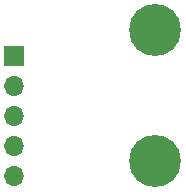
<source format=gbr>
%TF.GenerationSoftware,KiCad,Pcbnew,(6.0.1)*%
%TF.CreationDate,2023-03-07T00:34:02-05:00*%
%TF.ProjectId,PCBFiles_Node_Extra,50434246-696c-4657-935f-4e6f64655f45,rev?*%
%TF.SameCoordinates,Original*%
%TF.FileFunction,Soldermask,Bot*%
%TF.FilePolarity,Negative*%
%FSLAX46Y46*%
G04 Gerber Fmt 4.6, Leading zero omitted, Abs format (unit mm)*
G04 Created by KiCad (PCBNEW (6.0.1)) date 2023-03-07 00:34:02*
%MOMM*%
%LPD*%
G01*
G04 APERTURE LIST*
%ADD10C,4.400000*%
%ADD11R,1.700000X1.700000*%
%ADD12O,1.700000X1.700000*%
G04 APERTURE END LIST*
D10*
%TO.C,H2*%
X131160000Y-96840000D03*
%TD*%
%TO.C,H1*%
X131220000Y-85720000D03*
%TD*%
D11*
%TO.C,J1*%
X119295000Y-87890000D03*
D12*
X119295000Y-90430000D03*
X119295000Y-92970000D03*
X119295000Y-95510000D03*
X119295000Y-98050000D03*
%TD*%
M02*

</source>
